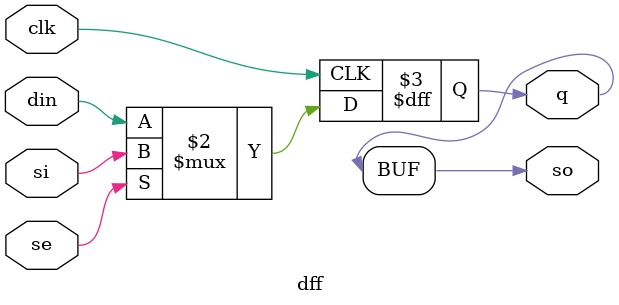
<source format=v>
module dff(din, clk, q, se, si, so);
// synopsys template

parameter SIZE = 1;

input	[SIZE-1:0]	din ;	// data in
input			clk ;	// clk or scan clk

output	[SIZE-1:0]	q ;	// output

input			se ;	// scan-enable
input	[SIZE-1:0]	si ;	// scan-input
output	[SIZE-1:0]	so ;	// scan-output

reg 	[SIZE-1:0]	q ;

`ifdef NO_SCAN
always @ (posedge clk)
  q[SIZE-1:0]  <= din[SIZE-1:0] ;
`else

always @ (posedge clk)

	q[SIZE-1:0]  <= (se) ? si[SIZE-1:0]  : din[SIZE-1:0] ;

assign so[SIZE-1:0] = q[SIZE-1:0] ;

`endif

endmodule // dff


</source>
